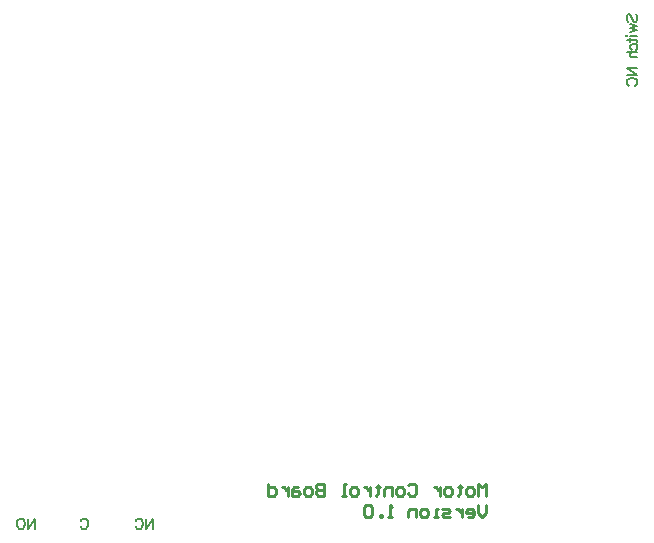
<source format=gbo>
%FSTAX23Y23*%
%MOIN*%
%SFA1B1*%

%IPPOS*%
%ADD12C,0.010000*%
%ADD13C,0.008000*%
%LNboard-1*%
%LPD*%
G54D12*
X01745Y00166D02*
Y00206D01*
X01731Y00193*
X01718Y00206*
Y00166*
X01698D02*
X01685D01*
X01678Y00173*
Y00186*
X01685Y00193*
X01698*
X01705Y00186*
Y00173*
X01698Y00166*
X01658Y002D02*
Y00193D01*
X01665*
X01651*
X01658*
Y00173*
X01651Y00166*
X01625D02*
X01611D01*
X01605Y00173*
Y00186*
X01611Y00193*
X01625*
X01631Y00186*
Y00173*
X01625Y00166*
X01591Y00193D02*
Y00166D01*
Y0018*
X01585Y00186*
X01578Y00193*
X01571*
X01485Y002D02*
X01491Y00206D01*
X01505*
X01511Y002*
Y00173*
X01505Y00166*
X01491*
X01485Y00173*
X01465Y00166D02*
X01451D01*
X01445Y00173*
Y00186*
X01451Y00193*
X01465*
X01471Y00186*
Y00173*
X01465Y00166*
X01431D02*
Y00193D01*
X01411*
X01405Y00186*
Y00166*
X01385Y002D02*
Y00193D01*
X01391*
X01378*
X01385*
Y00173*
X01378Y00166*
X01358Y00193D02*
Y00166D01*
Y0018*
X01351Y00186*
X01345Y00193*
X01338*
X01311Y00166D02*
X01298D01*
X01291Y00173*
Y00186*
X01298Y00193*
X01311*
X01318Y00186*
Y00173*
X01311Y00166*
X01278D02*
X01265D01*
X01271*
Y00206*
X01278*
X01205D02*
Y00166D01*
X01185*
X01178Y00173*
Y0018*
X01185Y00186*
X01205*
X01185*
X01178Y00193*
Y002*
X01185Y00206*
X01205*
X01158Y00166D02*
X01145D01*
X01138Y00173*
Y00186*
X01145Y00193*
X01158*
X01165Y00186*
Y00173*
X01158Y00166*
X01118Y00193D02*
X01105D01*
X01098Y00186*
Y00166*
X01118*
X01125Y00173*
X01118Y0018*
X01098*
X01085Y00193D02*
Y00166D01*
Y0018*
X01078Y00186*
X01071Y00193*
X01065*
X01018Y00206D02*
Y00166D01*
X01038*
X01045Y00173*
Y00186*
X01038Y00193*
X01018*
X01745Y00134D02*
Y00108D01*
X01731Y00095*
X01718Y00108*
Y00134*
X01685Y00095D02*
X01698D01*
X01705Y00101*
Y00114*
X01698Y00121*
X01685*
X01678Y00114*
Y00108*
X01705*
X01665Y00121D02*
Y00095D01*
Y00108*
X01658Y00114*
X01651Y00121*
X01645*
X01625Y00095D02*
X01605D01*
X01598Y00101*
X01605Y00108*
X01618*
X01625Y00114*
X01618Y00121*
X01598*
X01585Y00095D02*
X01571D01*
X01578*
Y00121*
X01585*
X01545Y00095D02*
X01531D01*
X01525Y00101*
Y00114*
X01531Y00121*
X01545*
X01551Y00114*
Y00101*
X01545Y00095*
X01511D02*
Y00121D01*
X01491*
X01485Y00114*
Y00095*
X01431D02*
X01418D01*
X01425*
Y00134*
X01431Y00128*
X01398Y00095D02*
Y00101D01*
X01391*
Y00095*
X01398*
X01365Y00128D02*
X01358Y00134D01*
X01345*
X01338Y00128*
Y00101*
X01345Y00095*
X01358*
X01365Y00101*
Y00128*
G54D13*
X0222Y01746D02*
X02216Y0175D01*
X02215Y01755*
Y01761*
X02216Y01766*
X0222Y0177*
X02223*
X02226Y01768*
X02228Y01766*
X0223Y01763*
X02233Y01753*
X02235Y0175*
X02236Y01748*
X0224Y01746*
X02245*
X02248Y0175*
X0225Y01755*
Y01761*
X02248Y01766*
X02245Y0177*
X02226Y01738D02*
X0225Y01732D01*
X02226Y01725D02*
X0225Y01732D01*
X02226Y01725D02*
X0225Y01718D01*
X02226Y01712D02*
X0225Y01718D01*
X02215Y017D02*
X02216Y01699D01*
X02215Y01697*
X02213Y01699*
X02215Y017*
X02226Y01699D02*
X0225D01*
X02215Y01686D02*
X02243D01*
X02248Y01684*
X0225Y01681*
Y01677*
X02226Y01691D02*
Y01679D01*
X02231Y01652D02*
X02228Y01656D01*
X02226Y01659*
Y01664*
X02228Y01667*
X02231Y01671*
X02236Y01672*
X0224*
X02245Y01671*
X02248Y01667*
X0225Y01664*
Y01659*
X02248Y01656*
X02245Y01652*
X02215Y01645D02*
X0225D01*
X02233D02*
X02228Y0164D01*
X02226Y01637*
Y01632*
X02228Y01628*
X02233Y01627*
X0225*
X02215Y0159D02*
X0225D01*
X02215D02*
X0225Y01567D01*
X02215D02*
X0225D01*
X02223Y01532D02*
X0222Y01534D01*
X02216Y01537*
X02215Y0154*
Y01547*
X02216Y0155*
X0222Y01554*
X02223Y01555*
X02228Y01557*
X02236*
X02241Y01555*
X02245Y01554*
X02248Y0155*
X0225Y01547*
Y0154*
X02248Y01537*
X02245Y01534*
X02241Y01532*
X00395Y00081D02*
X00396Y00084D01*
X004Y00088*
X00403Y00089*
X0041*
X00413Y00088*
X00416Y00084*
X00418Y00081*
X0042Y00076*
Y00068*
X00418Y00063*
X00416Y0006*
X00413Y00056*
X0041Y00055*
X00403*
X004Y00056*
X00396Y0006*
X00395Y00063*
X00241Y00089D02*
Y00055D01*
Y00089D02*
X00217Y00055D01*
Y00089D02*
Y00055D01*
X00198Y00089D02*
X00201Y00088D01*
X00204Y00084*
X00206Y00081*
X00208Y00076*
Y00068*
X00206Y00063*
X00204Y0006*
X00201Y00056*
X00198Y00055*
X00191*
X00188Y00056*
X00184Y0006*
X00183Y00063*
X00181Y00068*
Y00076*
X00183Y00081*
X00184Y00084*
X00188Y00088*
X00191Y00089*
X00198*
X00635D02*
Y00055D01*
Y00089D02*
X00611Y00055D01*
Y00089D02*
Y00055D01*
X00577Y00081D02*
X00578Y00084D01*
X00582Y00088*
X00585Y00089*
X00592*
X00595Y00088*
X00598Y00084*
X006Y00081*
X00602Y00076*
Y00068*
X006Y00063*
X00598Y0006*
X00595Y00056*
X00592Y00055*
X00585*
X00582Y00056*
X00578Y0006*
X00577Y00063*
M02*
</source>
